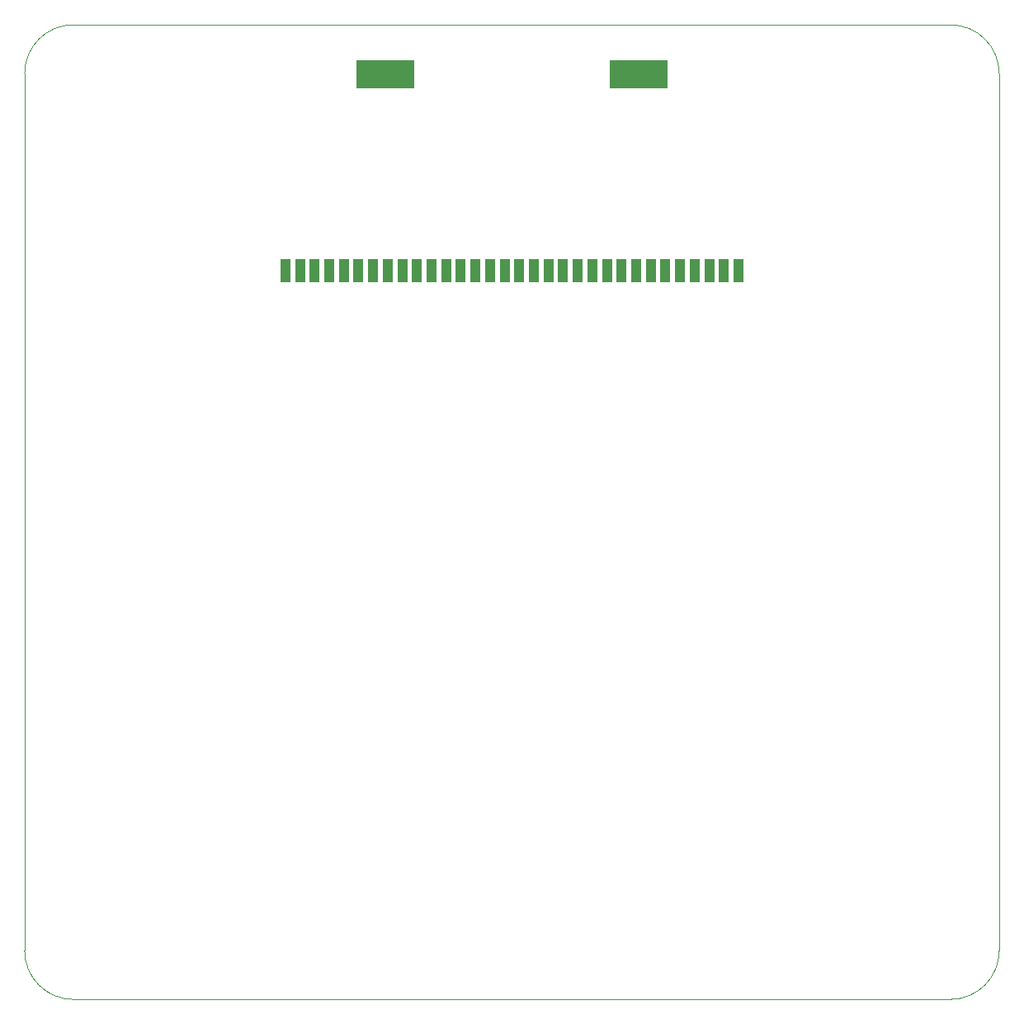
<source format=gbr>
%TF.GenerationSoftware,KiCad,Pcbnew,5.1.7-a382d34a8~87~ubuntu20.04.1*%
%TF.CreationDate,2020-10-04T21:46:04+03:00*%
%TF.ProjectId,GB-CARTPP-DIY,47422d43-4152-4545-9050-2d4449592e6b,v1.1*%
%TF.SameCoordinates,Original*%
%TF.FileFunction,Paste,Top*%
%TF.FilePolarity,Positive*%
%FSLAX46Y46*%
G04 Gerber Fmt 4.6, Leading zero omitted, Abs format (unit mm)*
G04 Created by KiCad (PCBNEW 5.1.7-a382d34a8~87~ubuntu20.04.1) date 2020-10-04 21:46:04*
%MOMM*%
%LPD*%
G01*
G04 APERTURE LIST*
%TA.AperFunction,Profile*%
%ADD10C,0.050000*%
%TD*%
%ADD11R,1.000000X2.400000*%
%ADD12R,6.000000X3.000000*%
G04 APERTURE END LIST*
D10*
X150000000Y-145000000D02*
G75*
G02*
X145000000Y-150000000I-5000000J0D01*
G01*
X55000000Y-150000000D02*
G75*
G02*
X50000000Y-145000000I0J5000000D01*
G01*
X50000000Y-55000000D02*
G75*
G02*
X55000000Y-50000000I5000000J0D01*
G01*
X145000000Y-50000000D02*
G75*
G02*
X150000000Y-55000000I0J-5000000D01*
G01*
X145000000Y-50000000D02*
X55000000Y-50000000D01*
X150000000Y-145000000D02*
X150000000Y-55000000D01*
X55000000Y-150000000D02*
X145000000Y-150000000D01*
X50000000Y-55000000D02*
X50000000Y-145000000D01*
D11*
%TO.C,J3*%
X123250000Y-75250000D03*
X121750000Y-75250000D03*
X120250000Y-75250000D03*
X118750000Y-75250000D03*
X117250000Y-75250000D03*
X115750000Y-75250000D03*
X114250000Y-75250000D03*
X112750000Y-75250000D03*
X111250000Y-75250000D03*
X109750000Y-75250000D03*
X108250000Y-75250000D03*
X106750000Y-75250000D03*
X105250000Y-75250000D03*
X103750000Y-75250000D03*
X102250000Y-75250000D03*
X100750000Y-75250000D03*
X99250000Y-75250000D03*
X97750000Y-75250000D03*
X96250000Y-75250000D03*
X94750000Y-75250000D03*
X93250000Y-75250000D03*
X91750000Y-75250000D03*
X90250000Y-75250000D03*
X88750000Y-75250000D03*
X87250000Y-75250000D03*
X85750000Y-75250000D03*
X84250000Y-75250000D03*
X82750000Y-75250000D03*
X81250000Y-75250000D03*
X79750000Y-75250000D03*
X78250000Y-75250000D03*
D12*
X113000000Y-55050000D03*
X87000000Y-55050000D03*
D11*
X76750000Y-75250000D03*
%TD*%
M02*

</source>
